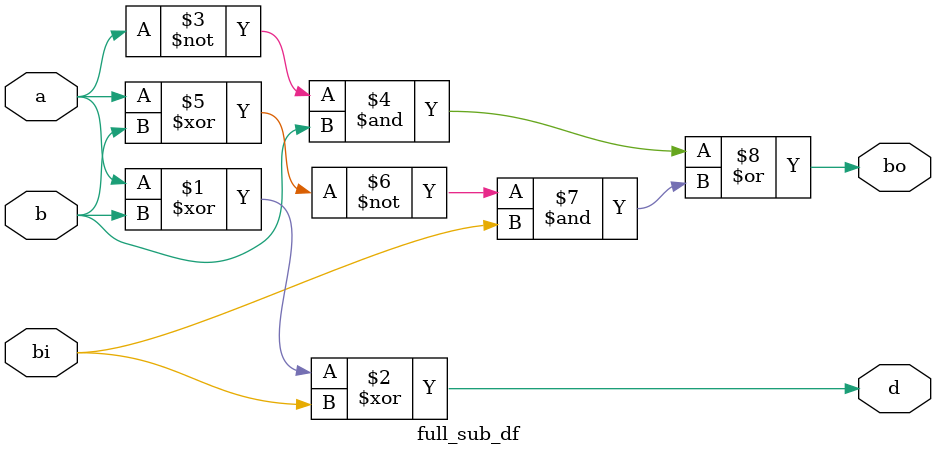
<source format=v>
`timescale 1ns / 1ps


module full_sub_df(output d,bo, input a,b,bi);
assign d=a^b^bi;
assign bo= ((~a)&b)|(~(a^b)&bi);
endmodule

</source>
